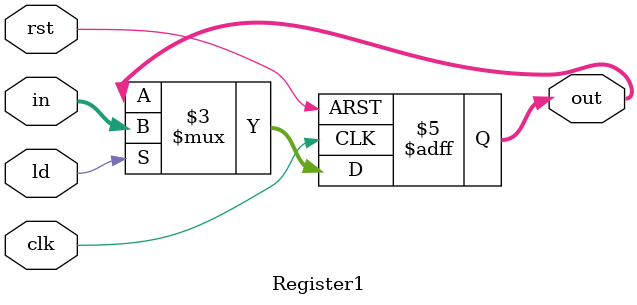
<source format=v>
module DataPath(input InFreq, ref_f, rst, en, init, ld, input [3 : 0]n, output outFreq);
	wire [12 : 0]counter_out;
	wire [12 : 0]k;

	Counter counter(InFreq, ref_f, rst, en, init, counter_out);
	Shifter1 shifter(counter_out, n, k);
	Divider divider(ref_f, rst, ld, ~(k), outFreq);
endmodule

module Counter(input InFreq, ref_f, rst, en, init, output reg [12 : 0]out);
	always @(posedge ref_f, posedge rst)
	begin
		if (rst)
			out = 0;
		else
		begin
			if (init)
				out = 0;
			else if(en & InFreq)
				out = out + 1;
		end
	end
endmodule

module Shifter1(input [12 : 0] in, input [3 : 0]n, output reg [12 : 0] out);
	always @(in, n)
	begin
		case (n)
		4'b0001: out <= {1'b0, in[12 : 1]};
		4'b0010: out <= {1'b00, in[12 : 2]};
		4'b0011: out <= {1'b000, in[12 : 3]};
		4'b0100: out <= {1'b0000, in[12 : 4]};
		4'b0101: out <= {1'b00000, in[12 : 5]};
		4'b0110: out <= {1'b000000, in[12 : 6]};
		4'b0111: out <= {1'b0000000, in[12 : 7]};
		4'b1000: out <= {1'b00000000, in[12 : 8]};
		4'b1001: out <= {1'b000000000, in[12 : 9]};
		default: out <= in;
		endcase
	end
endmodule

module Divider(input ref_f, rst, ld, input [12 : 0]in, output reg outFreq);
	reg [12 : 0] cnt;
	wire [12 : 0] register;
	wire co;
	Register1 my_reg(ref_f, rst, ld, in, register);

	always @(posedge rst, posedge ref_f)
	begin
		if (rst)
		  	cnt = 13'b1111111111111;
		else if (ld)
			cnt = register;
		else if (co)
			cnt = register;
		else
			cnt = cnt + 1;
	end
	assign co = &(cnt);

	always @(posedge rst, posedge co)
	begin
		if (rst)
			outFreq = 0;
		else
			outFreq = ~outFreq;
	end
endmodule

module Register1(input clk, rst, ld, input[12 : 0]in, output reg [12 :0]out);
	always @(posedge clk, posedge rst) begin
		if (rst)
			out = 13'b1111111111111;
		else if (ld)
			out = in;
	end
endmodule
</source>
